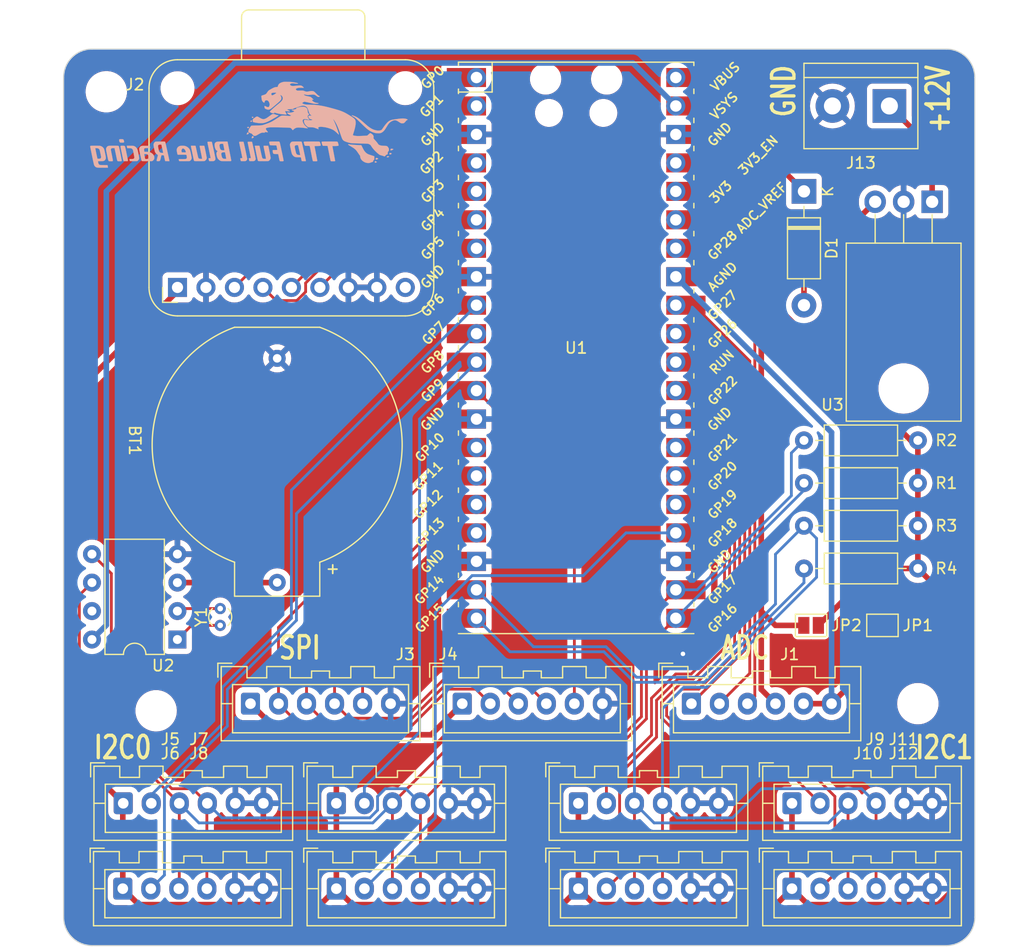
<source format=kicad_pcb>
(kicad_pcb (version 20221018) (generator pcbnew)
  (layers (0 "F.Cu" signal) (31 "B.Cu" signal) (34 "B.Paste" user) (35 "F.Paste" user) (36 "B.SilkS" user "B.Silkscreen") (37 "F.SilkS" user "F.Silkscreen") (38 "B.Mask" user) (39 "F.Mask" user) (44 "Edge.Cuts" user))
  (net 0 "")
  (net 1 "GND")
  (net 2 "ADCV")
  (net 3 "ADC0")
  (net 4 "ADC1")
  (net 5 "ADC2")
  (net 6 "AGND")
  (net 7 "VCC")
  (net 8 "SPIO_SCK")
  (net 9 "SPI0_MOSI")
  (net 10 "SPI0_MISO")
  (net 11 "SD_CS")
  (net 12 "SD_DET")
  (net 13 "SPI1_SCK")
  (net 14 "SPI1_MOSI")
  (net 15 "SPI1_MISO")
  (net 16 "SPI1_0_CS")
  (net 17 "SPI1_1_CS")
  (net 18 "I2C0_SCL")
  (net 19 "I2C0_SDA")
  (net 20 "I2C1_SCL")
  (net 21 "I2C1_SDA")
  (net 24 "I2C0_0_GPIO")
  (net 25 "I2C0_1_GPIO")
  (net 26 "I2C0_2_GPIO")
  (net 27 "I2C0_3_GPIO")
  (net 28 "I2C1_0_GPIO")
  (net 29 "I2C1_1_GPIO")
  (net 30 "I2C1_2_GPIO")
  (net 33 "+5V")
  (net 35 "Net-(U2-X1)")
  (net 36 "Net-(U2-X2)")
  (net 38 "+12V")
  (net 39 "I2C1_3_GPIO")
  (net 40 "VSYS")
  (net 41 "+BATT")
  (footprint "Resistor_THT:R_Axial_DIN0207_L6.3mm_D2.5mm_P10.16mm_Horizontal" (layer "F.Cu") (at 157.48 92.075)
    (fp_text reference "R1")
    (fp_text value "4K7")
  )
  (footprint "TelemetryBoard:JST_XA_B06B-XASK-1_1x06_P2.50mm_Vertical" (layer "F.Cu") (at 137.36 120.65)
    (fp_text reference "J9")
    (fp_text value "Conn_01x06")
  )
  (footprint "Resistor_THT:R_Axial_DIN0207_L6.3mm_D2.5mm_P10.16mm_Horizontal" (layer "F.Cu") (at 157.48 95.885)
    (fp_text reference "R3")
    (fp_text value "4K7")
  )
  (footprint "MCU_RaspberryPi_And_Boards:RPi_Pico_W_SMD_TH" (layer "F.Cu") (at 137.16 80.01)
    (fp_text reference "U1")
    (fp_text value "Pico")
  )
  (footprint "TelemetryBoard:JST_XA_B06B-XASK-1_1x06_P2.50mm_Vertical" (layer "F.Cu") (at 115.77 120.65)
    (fp_text reference "J7")
    (fp_text value "Conn_01x06")
  )
  (footprint "TelemetryBoard:JST_XA_B06B-XASK-1_1x06_P2.50mm_Vertical" (layer "F.Cu") (at 127 111.76)
    (fp_text reference "J4")
    (fp_text value "Conn_01x06")
  )
  (footprint "TelemetryBoard:RSPRO_237-8341" (layer "F.Cu") (at 110.49 100.942 -90)
    (fp_text reference "BT1")
    (fp_text value "Battery_Cell")
  )
  (footprint "Package_DIP:DIP-8_W7.62mm" (layer "F.Cu") (at 101.59 106.035 180)
    (fp_text reference "U2")
    (fp_text value "DS1307+")
  )
  (footprint "Jumper:SolderJumper-2_P1.3mm_Open_Pad1.0x1.5mm" (layer "F.Cu") (at 164.48 104.775 180)
    (fp_text reference "JP1")
    (fp_text value "SolderJumper_2_Open")
  )
  (footprint "TelemetryBoard:JST_XA_B06B-XASK-1_1x06_P2.50mm_Vertical" (layer "F.Cu") (at 108.11 111.76)
    (fp_text reference "J3")
    (fp_text value "Conn_01x06")
  )
  (footprint "TelemetryBoard:JST_XA_B06B-XASK-1_1x06_P2.50mm_Vertical" (layer "F.Cu") (at 137.36 128.27)
    (fp_text reference "J10")
    (fp_text value "Conn_01x06")
  )
  (footprint "Crystal:Crystal_Round_D1.0mm_Vertical" (layer "F.Cu") (at 105.41 104.775 90)
    (fp_text reference "Y1")
    (fp_text value "Crystal")
  )
  (footprint "TelemetryBoard:Adafruit_MicroSD_Breakout_4682" (layer "F.Cu") (at 101.6 74.6125)
    (fp_text reference "J2")
    (fp_text value "Conn_01x09")
  )
  (footprint "Diode_THT:D_DO-41_SOD81_P10.16mm_Horizontal" (layer "F.Cu") (at 157.48 66.04 -90)
    (fp_text reference "D1")
    (fp_text value "1N5817")
  )
  (footprint "Resistor_THT:R_Axial_DIN0207_L6.3mm_D2.5mm_P10.16mm_Horizontal" (layer "F.Cu") (at 157.48 88.265)
    (fp_text reference "R2")
    (fp_text value "4K7")
  )
  (footprint "TelemetryBoard:JST_XA_B06B-XASK-1_1x06_P2.50mm_Vertical" (layer "F.Cu") (at 156.41 120.65)
    (fp_text reference "J11")
    (fp_text value "Conn_01x06")
  )
  (footprint "TelemetryBoard:JST_XA_B06B-XASK-1_1x06_P2.50mm_Vertical" (layer "F.Cu") (at 156.41 128.27)
    (fp_text reference "J12")
    (fp_text value "Conn_01x06")
  )
  (footprint "TelemetryBoard:JST_XA_B06B-XASK-1_1x06_P2.50mm_Vertical" (layer "F.Cu") (at 115.77 128.27)
    (fp_text reference "J8")
    (fp_text value "Conn_01x06")
  )
  (footprint "Package_TO_SOT_THT:TO-220-3_Horizontal_TabDown" (layer "F.Cu") (at 168.91 66.97 180)
    (fp_text reference "U3")
    (fp_text value "LM7805_TO220")
  )
  (footprint "Jumper:SolderJumper-2_P1.3mm_Open_Pad1.0x1.5mm" (layer "F.Cu") (at 158.115 104.775)
    (fp_text reference "JP2")
    (fp_text value "SolderJumper_2_Open")
  )
  (footprint "Resistor_THT:R_Axial_DIN0207_L6.3mm_D2.5mm_P10.16mm_Horizontal" (layer "F.Cu") (at 157.48 99.695)
    (fp_text reference "R4")
    (fp_text value "4K7")
  )
  (footprint "TelemetryBoard:JST_XA_B06B-XASK-1_1x06_P2.50mm_Vertical" (layer "F.Cu") (at 96.72 128.27)
    (fp_text reference "J6")
    (fp_text value "Conn_01x06")
  )
  (footprint "TerminalBlock:TerminalBlock_bornier-2_P5.08mm" (layer "F.Cu") (at 165.1 58.42 180)
    (fp_text reference "J13")
    (fp_text value "Conn_01x02")
  )
  (footprint "MountingHole:MountingHole_3.2mm_M3" (layer "F.Cu") (at 167.64 111.76)
    (fp_text reference "REF**" hide)
    (fp_text value "MountingHole_3.2mm_M3")
  )
  (footprint "MountingHole:MountingHole_3.2mm_M3" (layer "F.Cu") (at 99.695 112.395)
    (fp_text reference "REF**" hide)
    (fp_text value "MountingHole_3.2mm_M3")
  )
  (footprint "TelemetryBoard:JST_XA_B06B-XASK-1_1x06_P2.50mm_Vertical" (layer "F.Cu") (at 147.44 111.76)
    (fp_text reference "J1")
    (fp_text value "Conn_01x06")
  )
  (footprint "TelemetryBoard:JST_XA_B06B-XASK-1_1x06_P2.50mm_Vertical" (layer "F.Cu") (at 96.76 120.65)
    (fp_text reference "J5")
    (fp_text value "Conn_01x06")
  )
  (footprint "MountingHole:MountingHole_3.2mm_M3" (layer "F.Cu") (at 95.25 57.15)
    (fp_text reference "REF**" hide)
    (fp_text value "MountingHole_3.2mm_M3")
  )
  (footprint "TelemetryBoard:FBR_Logo_L" (layer "B.Cu") (at 121.92 63.5 180)
    (fp_text reference "REF**" hide)
    (fp_text value "FBR_Logo_L")
  )
  (gr_arc (start 91.44 55.88) (mid 92.183949 54.083949) (end 93.98 53.34) (stroke (width 0.1)) (layer "Edge.Cuts"))
  (gr_arc (start 170.18 53.34) (mid 171.976051 54.083949) (end 172.72 55.88) (stroke (width 0.1)) (layer "Edge.Cuts"))
  (gr_line (start 91.44 55.88) (end 91.44 130.81) (stroke (width 0.1)) (layer "Edge.Cuts"))
  (gr_line (start 170.18 53.34) (end 93.98 53.34) (stroke (width 0.1)) (layer "Edge.Cuts"))
  (gr_arc (start 93.98 133.35) (mid 92.183949 132.606051) (end 91.44 130.81) (stroke (width 0.1)) (layer "Edge.Cuts"))
  (gr_line (start 93.98 133.35) (end 170.18 133.35) (stroke (width 0.1)) (layer "Edge.Cuts"))
  (gr_line (start 172.72 130.81) (end 172.72 55.88) (stroke (width 0.1)) (layer "Edge.Cuts"))
  (gr_arc (start 172.72 130.81) (mid 171.976051 132.606051) (end 170.18 133.35) (stroke (width 0.1)) (layer "Edge.Cuts"))
  (gr_text "ADC" (at 149.86 107.95) (layer "F.SilkS") (effects (font (size 2 1.5) (thickness 0.3) bold) (justify left bottom)))
  (gr_text "+12V" (at 168.275 54.61 90) (layer "F.SilkS") (effects (font (size 2 1.5) (thickness 0.3) bold) (justify right top)))
  (gr_text "GND" (at 156.845 54.61 90) (layer "F.SilkS") (effects (font (size 2 1.5) (thickness 0.3) bold) (justify right bottom)))
  (gr_text "I2C1" (at 172.72 116.84) (layer "F.SilkS") (effects (font (size 2 1.5) (thickness 0.3) bold) (justify right bottom)))
  (gr_text "SPI" (at 110.49 107.95) (layer "F.SilkS") (effects (font (size 2 1.5) (thickness 0.3) bold) (justify left bottom)))
  (gr_text "I2C0" (at 93.98 116.84) (layer "F.SilkS") (effects (font (size 2 1.5) (thickness 0.3) bold) (justify left bottom)))
  (via (at 146.685 107.315) (size 0.8) (drill 0.4) (layers "F.Cu" "B.Cu") (net 1))
  (segment (start 153.67 103.505) (end 153.67 74.34) (width 0.5) (layer "F.Cu") (net 2))
  (segment (start 153.67 74.34) (end 147.91 68.58) (width 0.5) (layer "F.Cu") (net 2))
  (segment (start 154.94 104.775) (end 153.67 103.505) (width 0.5) (layer "F.Cu") (net 2))
  (segment (start 157.465 104.775) (end 154.94 104.775) (width 0.5) (layer "F.Cu") (net 2))
  (segment (start 147.91 68.58) (end 146.05 68.58) (width 0.5) (layer "F.Cu") (net 2))
  (segment (start 154.94 111.76) (end 153.67 110.49) (width 0.5) (layer "F.Cu") (net 2))
  (segment (start 153.67 110.49) (end 153.67 103.505) (width 0.5) (layer "F.Cu") (net 2))
  (segment (start 152.195 107.005) (end 152.195 83.275) (width 0.25) (layer "F.Cu") (net 3))
  (segment (start 147.44 111.76) (end 152.195 107.005) (width 0.25) (layer "F.Cu") (net 3))
  (segment (start 147.66 78.74) (end 146.05 78.74) (width 0.25) (layer "F.Cu") (net 3))
  (segment (start 152.195 83.275) (end 147.66 78.74) (width 0.25) (layer "F.Cu") (net 3))
  (segment (start 146.05 76.2) (end 147.66 76.2) (width 0.25) (layer "F.Cu") (net 4))
  (segment (start 147.66 76.2) (end 152.645 81.185) (width 0.25) (layer "F.Cu") (net 4))
  (segment (start 152.645 109.055) (end 149.94 111.76) (width 0.25) (layer "F.Cu") (net 4))
  (segment (start 152.645 81.185) (end 152.645 109.055) (width 0.25) (layer "F.Cu") (net 4))
  (segment (start 146.05 71.12) (end 147.66 71.12) (width 0.25) (layer "F.Cu") (net 5))
  (segment (start 153.095 111.105) (end 152.44 111.76) (width 0.25) (layer "F.Cu") (net 5))
  (segment (start 153.095 76.555) (end 153.095 111.105) (width 0.25) (layer "F.Cu") (net 5))
  (segment (start 147.66 71.12) (end 153.095 76.555) (width 0.25) (layer "F.Cu") (net 5))
  (segment (start 163.83 104.775) (end 163.83 107.87) (width 0.5) (layer "F.Cu") (net 6))
  (segment (start 163.83 107.87) (end 159.94 111.76) (width 0.5) (layer "F.Cu") (net 6))
  (segment (start 159.94 111.76) (end 157.44 111.76) (width 0.5) (layer "F.Cu") (net 6))
  (segment (start 159.94 87.55) (end 159.94 111.76) (width 0.5) (layer "B.Cu") (net 6))
  (segment (start 146.05 73.66) (end 159.94 87.55) (width 0.5) (layer "B.Cu") (net 6))
  (segment (start 156.41 120.65) (end 156.41 128.27) (width 0.5) (layer "F.Cu") (net 7))
  (segment (start 127 111.76) (end 124.225 114.535) (width 0.5) (layer "F.Cu") (net 7))
  (segment (start 110.885 114.535) (end 108.11 111.76) (width 0.5) (layer "F.Cu") (net 7))
  (segment (start 156.41 128.27) (end 157.835 129.695) (width 0.5) (layer "F.Cu") (net 7))
  (segment (start 115.77 128.27) (end 115.77 120.65) (width 0.5) (layer "F.Cu") (net 7))
  (segment (start 167.64 95.885) (end 167.64 99.695) (width 0.5) (layer "F.Cu") (net 7))
  (segment (start 92.075 115.965) (end 92.075 84.465) (width 0.5) (layer "F.Cu") (net 7))
  (segment (start 171.45 127.693478) (end 171.45 103.505) (width 0.5) (layer "F.Cu") (net 7))
  (segment (start 96.76 120.65) (end 92.075 115.965) (width 0.5) (layer "F.Cu") (net 7))
  (segment (start 157.835 129.695) (end 169.448478 129.695) (width 0.5) (layer "F.Cu") (net 7))
  (segment (start 114.3 114.535) (end 110.885 114.535) (width 0.5) (layer "F.Cu") (net 7))
  (segment (start 96.72 128.27) (end 96.72 120.69) (width 0.5) (layer "F.Cu") (net 7))
  (segment (start 167.64 88.265) (end 167.005 88.265) (width 0.5) (layer "F.Cu") (net 7))
  (segment (start 154.94 73.07) (end 154.94 76.2) (width 0.5) (layer "F.Cu") (net 7))
  (segment (start 158.765 104.775) (end 163.845 99.695) (width 0.5) (layer "F.Cu") (net 7))
  (segment (start 154.985 129.695) (end 156.41 128.27) (width 0.5) (layer "F.Cu") (net 7))
  (segment (start 147.91 66.04) (end 154.94 73.07) (width 0.5) (layer "F.Cu") (net 7))
  (segment (start 138.785 129.695) (end 154.985 129.695) (width 0.5) (layer "F.Cu") (net 7))
  (segment (start 167.64 92.075) (end 167.64 95.885) (width 0.5) (layer "F.Cu") (net 7))
  (segment (start 96.72 128.27) (end 98.145 129.695) (width 0.5) (layer "F.Cu") (net 7))
  (segment (start 169.448478 129.695) (end 171.45 127.693478) (width 0.5) (layer "F.Cu") (net 7))
  (segment (start 171.45 103.505) (end 167.64 99.695) (width 0.5) (layer "F.Cu") (net 7))
  (segment (start 96.72 120.69) (end 96.76 120.65) (width 0.5) (layer "F.Cu") (net 7))
  (segment (start 163.845 99.695) (end 167.64 99.695) (width 0.5) (layer "F.Cu") (net 7))
  (segment (start 92.075 84.465) (end 101.6 74.94) (width 0.5) (layer "F.Cu") (net 7))
  (segment (start 135.935 129.695) (end 137.36 128.27) (width 0.5) (layer "F.Cu") (net 7))
  (segment (start 115.77 128.27) (end 117.195 129.695) (width 0.5) (layer "F.Cu") (net 7))
  (segment (start 124.225 114.535) (end 114.3 114.535) (width 0.5) (layer "F.Cu") (net 7))
  (segment (start 117.195 129.695) (end 135.935 129.695) (width 0.5) (layer "F.Cu") (net 7))
  (segment (start 137.36 128.27) (end 138.785 129.695) (width 0.5) (layer "F.Cu") (net 7))
  (segment (start 146.05 66.04) (end 147.91 66.04) (width 0.5) (layer "F.Cu") (net 7))
  (segment (start 167.005 88.265) (end 154.94 76.2) (width 0.5) (layer "F.Cu") (net 7))
  (segment (start 114.345 129.695) (end 115.77 128.27) (width 0.5) (layer "F.Cu") (net 7))
  (segment (start 101.6 74.94) (end 101.6 74.6125) (width 0.5) (layer "F.Cu") (net 7))
  (segment (start 115.77 120.65) (end 115.77 116.005) (width 0.5) (layer "F.Cu") (net 7))
  (segment (start 167.64 88.265) (end 167.64 92.075) (width 0.5) (layer "F.Cu") (net 7))
  (segment (start 115.77 116.005) (end 114.3 114.535) (width 0.5) (layer "F.Cu") (net 7))
  (segment (start 98.145 129.695) (end 114.345 129.695) (width 0.5) (layer "F.Cu") (net 7))
  (segment (start 137.36 120.65) (end 137.36 128.27) (width 0.5) (layer "F.Cu") (net 7))
  (segment (start 106.68 74.6125) (end 117.7925 63.5) (width 0.25) (layer "F.Cu") (net 8))
  (segment (start 117.7925 63.5) (end 128.27 63.5) (width 0.25) (layer "F.Cu") (net 8))
  (segment (start 128.27 66.04) (end 120.3325 66.04) (width 0.25) (layer "F.Cu") (net 9))
  (segment (start 120.3325 66.04) (end 111.76 74.6125) (width 0.25) (layer "F.Cu") (net 9))
  (segment (start 118.670799 68.58) (end 113.03 74.220799) (width 0.25) (layer "F.Cu") (net 10))
  (segment (start 110.395 75.7875) (end 109.22 74.6125) (width 0.25) (layer "F.Cu") (net 10))
  (segment (start 112.246701 75.7875) (end 110.395 75.7875) (width 0.25) (layer "F.Cu") (net 10))
  (segment (start 113.03 75.004201) (end 112.246701 75.7875) (width 0.25) (layer "F.Cu") (net 10))
  (segment (start 113.03 74.220799) (end 113.03 75.004201) (width 0.25) (layer "F.Cu") (net 10))
  (segment (start 128.27 68.58) (end 118.670799 68.58) (width 0.25) (layer "F.Cu") (net 10))
  (segment (start 117.7925 71.12) (end 128.27 71.12) (width 0.25) (layer "F.Cu") (net 11))
  (segment (start 114.3 74.6125) (end 117.7925 71.12) (width 0.25) (layer "F.Cu") (net 11))
  (segment (start 110.61 104.95) (end 110.61 111.76) (width 0.25) (layer "F.Cu") (net 13))
  (segment (start 126.66 88.9) (end 110.61 104.95) (width 0.25) (layer "F.Cu") (net 13))
  (segment (start 122.262792 113.96) (end 125.762792 110.46) (width 0.25) (layer "F.Cu") (net 13))
  (segment (start 110.61 111.76) (end 112.81 113.96) (width 0.25) (layer "F.Cu") (net 13))
  (segment (start 125.762792 110.46) (end 128.2 110.46) (width 0.25) (layer "F.Cu") (net 13))
  (segment (start 112.81 113.96) (end 122.262792 113.96) (width 0.25) (layer "F.Cu") (net 13))
  (segment (start 128.27 88.9) (end 126.66 88.9) (width 0.25) (layer "F.Cu") (net 13))
  (segment (start 128.2 110.46) (end 129.5 111.76) (width 0.25) (layer "F.Cu") (net 13))
  (segment (start 114.86 113.51) (end 122.076396 113.51) (width 0.25) (layer "F.Cu") (net 14))
  (segment (start 122.076396 113.51) (end 125.576396 110.01) (width 0.25) (layer "F.Cu") (net 14))
  (segment (start 113.11 104.99) (end 113.11 111.76) (width 0.25) (layer "F.Cu") (net 14))
  (segment (start 125.576396 110.01) (end 130.25 110.01) (width 0.25) (layer "F.Cu") (net 14))
  (segment (start 130.25 110.01) (end 132 111.76) (width 0.25) (layer "F.Cu") (net 14))
  (segment (start 113.11 111.76) (end 114.86 113.51) (width 0.25) (layer "F.Cu") (net 14))
  (segment (start 128.27 91.44) (end 126.66 91.44) (width 0.25) (layer "F.Cu") (net 14))
  (segment (start 126.66 91.44) (end 113.11 104.99) (width 0.25) (layer "F.Cu") (net 14))
  (segment (start 125.39 109.56) (end 132.3 109.56) (width 0.25) (layer "F.Cu") (net 15))
  (segment (start 116.91 113.06) (end 121.89 113.06) (width 0.25) (layer "F.Cu") (net 15))
  (segment (start 132.3 109.56) (end 134.5 111.76) (width 0.25) (layer "F.Cu") (net 15))
  (segment (start 126.66 93.98) (end 115.61 105.03) (width 0.25) (layer "F.Cu") (net 15))
  (segment (start 128.27 93.98) (end 126.66 93.98) (width 0.25) (layer "F.Cu") (net 15))
  (segment (start 121.89 113.06) (end 125.39 109.56) (width 0.25) (layer "F.Cu") (net 15))
  (segment (start 115.61 105.03) (end 115.61 111.76) (width 0.25) (layer "F.Cu") (net 15))
  (segment (start 115.61 111.76) (end 116.91 113.06) (width 0.25) (layer "F.Cu") (net 15))
  (segment (start 128.27 96.52) (end 124.925 96.52) (width 0.25) (layer "F.Cu") (net 16))
  (segment (start 124.925 96.52) (end 118.11 103.335) (width 0.25) (layer "F.Cu") (net 16))
  (segment (start 118.11 103.335) (end 118.11 111.76) (width 0.25) (layer "F.Cu") (net 16))
  (segment (start 137 92.55) (end 137 111.76) (width 0.25) (layer "F.Cu") (net 17))
  (segment (start 128.27 83.82) (end 137 92.55) (width 0.25) (layer "F.Cu") (net 17))
  (segment (start 120.77 120.65) (end 120.77 128.27) (width 0.25) (layer "F.Cu") (net 18))
  (segment (start 93.97 100.955) (end 92.845 102.08) (width 0.25) (layer "F.Cu") (net 18))
  (segment (start 142.98 104.67) (end 142.98 112.923604) (width 0.25) (layer "F.Cu") (net 18))
  (segment (start 92.845 111.735) (end 101.76 120.65) (width 0.25) (layer "F.Cu") (net 18))
  (segment (start 101.76 128.23) (end 101.72 128.27) (width 0.25) (layer "F.Cu") (net 18))
  (segment (start 142.98 112.923604) (end 140.333604 115.57) (width 0.25) (layer "F.Cu") (net 18))
  (segment (start 92.845 102.08) (end 92.845 111.735) (width 0.25) (layer "F.Cu") (net 18))
  (segment (start 146.05 101.6) (end 142.98 104.67) (width 0.25) (layer "F.Cu") (net 18))
  (segment (start 125.85 115.57) (end 120.77 120.65) (width 0.25) (layer "F.Cu") (net 18))
  (segment (start 101.76 120.65) (end 101.76 128.23) (width 0.25) (layer "F.Cu") (net 18))
  (segment (start 140.333604 115.57) (end 125.85 115.57) (width 0.25) (layer "F.Cu") (net 18))
  (segment (start 147.953604 101.6) (end 146.05 101.6) (width 0.25) (layer "B.Cu") (net 18))
  (segment (start 103.51 122.4) (end 119.02 122.4) (width 0.25) (layer "B.Cu") (net 18))
  (segment (start 101.76 120.65) (end 103.51 122.4) (width 0.25) (layer "B.Cu") (net 18))
  (segment (start 157.48 88.265) (end 156.355 89.39) (width 0.25) (layer "B.Cu") (net 18))
  (segment (start 156.355 93.198604) (end 147.953604 101.6) (width 0.25) (layer "B.Cu") (net 18))
  (segment (start 156.355 89.39) (end 156.355 93.198604) (width 0.25) (layer "B.Cu") (net 18))
  (segment (start 119.02 122.4) (end 120.77 120.65) (width 0.25) (layer "B.Cu") (net 18))
  (segment (start 104.22 128.27) (end 104.22 120.69) (width 0.25) (layer "F.Cu") (net 19))
  (segment (start 123.27 128.27) (end 123.27 120.65) (width 0.25) (layer "F.Cu") (net 19))
  (segment (start 140.52 116.02) (end 143.43 113.11) (width 0.25) (layer "F.Cu") (net 19))
  (segment (start 93.97 98.415) (end 95.7 100.145) (width 0.25) (layer "F.Cu") (net 19))
  (segment (start 102.96 119.35) (end 104.26 120.65) (width 0.25) (layer "F.Cu") (net 19))
  (segment (start 123.27 120.65) (end 127.9 116.02) (width 0.25) (layer "F.Cu") (net 19))
  (segment (start 95.7 113.953604) (end 101.096396 119.35) (width 0.25) (layer "F.Cu") (net 19))
  (segment (start 95.7 100.145) (end 95.7 113.953604) (width 0.25) (layer "F.Cu") (net 19))
  (segment (start 127.9 116.02) (end 140.52 116.02) (width 0.25) (layer "F.Cu") (net 19))
  (segment (start 143.43 106.76) (end 146.05 104.14) (width 0.25) (layer "F.Cu") (net 19))
  (segment (start 104.22 120.69) (end 104.26 120.65) (width 0.25) (layer "F.Cu") (net 19))
  (segment (start 143.43 113.11) (end 143.43 106.76) (width 0.25) (layer "F.Cu") (net 19))
  (segment (start 101.096396 119.35) (end 102.96 119.35) (width 0.25) (layer "F.Cu") (net 19))
  (segment (start 119.445 120.038299) (end 119.445 121.261701) (width 0.25) (layer "B.Cu") (net 19))
  (segment (start 118.756701 121.95) (end 105.56 121.95) (width 0.25) (layer "B.Cu") (net 19))
  (segment (start 146.05 104.14) (end 157.48 92.71) (width 0.25) (layer "B.Cu") (net 19))
  (segment (start 123.27 120.65) (end 121.97 119.35) (width 0.25) (layer "B.Cu") (net 19))
  (segment (start 121.97 119.35) (end 120.133299 119.35) (width 0.25) (layer "B.Cu") (net 19))
  (segment (start 157.48 92.71) (end 157.48 92.075) (width 0.25) (layer "B.Cu") (net 19))
  (segment (start 120.133299 119.35) (end 119.445 120.038299) (width 0.25) (layer "B.Cu") (net 19))
  (segment (start 105.56 121.95) (end 104.26 120.65) (width 0.25) (layer "B.Cu") (net 19))
  (segment (start 119.445 121.261701) (end 118.756701 121.95) (width 0.25) (layer "B.Cu") (net 19))
  (segment (start 142.36 120.65) (end 142.36 128.27) (width 0.25) (layer "F.Cu") (net 20))
  (segment (start 161.41 120.65) (end 161.41 128.27) (width 0.25) (layer "F.Cu") (net 20))
  (segment (start 148.591396 109.855) (end 149.860698 108.585698) (width 0.25) (layer "B.Cu") (net 20))
  (segment (start 142.36 109.855) (end 148.591396 109.855) (width 0.25) (layer "B.Cu") (net 20))
  (segment (start 142.36 120.65) (end 144.11 122.4) (width 0.25) (layer "B.Cu") (net 20))
  (segment (start 157.48 100.966396) (end 157.48 99.695) (width 0.25) (layer "B.Cu") (net 20))
  (segment (start 142.36 109.855) (end 142.36 120.65) (width 0.25) (layer "B.Cu") (net 20))
  (segment (start 144.11 122.4) (end 159.66 122.4) (width 0.25) (layer "B.Cu") (net 20))
  (segment (start 139.635 107.13) (end 142.36 109.855) (width 0.25) (layer "B.Cu") (net 20))
  (segment (start 128.27 104.14) (end 131.26 107.13) (width 0.25) (layer "B.Cu") (net 20))
  (segment (start 149.860698 108.585698) (end 157.48 100.966396) (width 0.25) (layer "B.Cu") (net 20))
  (segment (start 131.26 107.13) (end 139.635 107.13) (width 0.25) (layer "B.Cu") (net 20))
  (segment (start 159.66 122.4) (end 161.41 120.65) (width 0.25) (layer "B.Cu") (net 20))
  (segment (start 163.91 128.27) (end 163.91 120.65) (width 0.25) (layer "F.Cu") (net 21))
  (segment (start 144.86 128.27) (end 144.86 120.65) (width 0.25) (layer "F.Cu") (net 21))
  (segment (start 148.777792 110.305) (end 158.605 100.477792) (width 0.25) (layer "B.Cu") (net 21))
  (segment (start 151.1 121.95) (end 146.16 121.95) (width 0.25) (layer "B.Cu") (net 21))
  (segment (start 146.16 121.95) (end 144.86 120.65) (width 0.25) (layer "B.Cu") (net 21))
  (segment (start 163.91 120.65) (end 162.61 119.35) (width 0.25) (layer "B.Cu") (net 21))
  (segment (start 139.821396 106.68) (end 133.35 106.68) (width 0.25) (layer "B.Cu") (net 21))
  (segment (start 162.61 119.35) (end 153.7 119.35) (width 0.25) (layer "B.Cu") (net 21))
  (segment (start 153.7 119.35) (end 151.1 121.95) (width 0.25) (layer "B.Cu") (net 21))
  (segment (start 133.35 106.68) (end 128.27 101.6) (width 0.25) (layer "B.Cu") (net 21))
  (segment (start 146.756827 110.305) (end 148.777792 110.305) (width 0.25) (layer "B.Cu") (net 21))
  (segment (start 154.94 102.87) (end 148.405 109.405) (width 0.25) (layer "B.Cu") (net 21))
  (segment (start 154.94 98.425) (end 154.94 102.87) (width 0.25) (layer "B.Cu") (net 21))
  (segment (start 144.86 120.65) (end 144.86 112.201827) (width 0.25) (layer "B.Cu") (net 21))
  (segment (start 158.605 100.477792) (end 158.605 97.01) (width 0.25) (layer "B.Cu") (net 21))
  (segment (start 157.48 95.885) (end 154.94 98.425) (width 0.25) (layer "B.Cu") (net 21))
  (segment (start 142.546396 109.405) (end 139.821396 106.68) (width 0.25) (layer "B.Cu") (net 21))
  (segment (start 144.86 112.201827) (end 146.756827 110.305) (width 0.25) (layer "B.Cu") (net 21))
  (segment (start 148.405 109.405) (end 142.546396 109.405) (width 0.25) (layer "B.Cu") (net 21))
  (segment (start 158.605 97.01) (end 157.48 95.885) (width 0.25) (layer "B.Cu") (net 21))
  (segment (start 105.595 110.303604) (end 105.595 113.583604) (width 0.25) (layer "B.Cu") (net 24))
  (segment (start 128.27 76.2) (end 111.76 92.71) (width 0.25) (layer "B.Cu") (net 24))
  (segment (start 99.26 119.918604) (end 99.26 120.65) (width 0.25) (layer "B.Cu") (net 24))
  (segment (start 105.595 113.583604) (end 99.26 119.918604) (width 0.25) (layer "B.Cu") (net 24))
  (segment (start 111.76 104.138604) (end 105.595 110.303604) (width 0.25) (layer "B.Cu") (net 24))
  (segment (start 111.76 92.71) (end 111.76 104.138604) (width 0.25) (layer "B.Cu") (net 24))
  (segment (start 112.21 104.325) (end 112.21 94.8) (width 0.25) (layer "B.Cu") (net 25))
  (segment (start 99.22 128.27) (end 100.435 127.055) (width 0.25) (layer "B.Cu") (net 25))
  (segment (start 106.045 113.77) (end 100.435 119.38) (width 0.25) (layer "B.Cu") (net 25))
  (segment (start 106.045 110.49) (end 112.21 104.325) (width 0.25) (layer "B.Cu") (net 25))
  (segment (start 106.045 110.49) (end 106.045 113.77) (width 0.25) (layer "B.Cu") (net 25))
  (segment (start 112.21 94.8) (end 128.27 78.74) (width 0.25) (layer "B.Cu") (net 25))
  (segment (start 100.435 127.055) (end 100.435 119.38) (width 0.25) (layer "B.Cu") (net 25))
  (segment (start 123.19 86.36) (end 123.19 114.3) (width 0.25) (layer "B.Cu") (net 26))
  (segment (start 118.27 119.22) (end 118.27 120.65) (width 0.25) (layer "B.Cu") (net 26))
  (segment (start 128.27 81.28) (end 123.19 86.36) (width 0.25) (layer "B.Cu") (net 26))
  (segment (start 123.19 114.3) (end 118.27 119.22) (width 0.25) (layer "B.Cu") (net 26))
  (segment (start 127.878299 100.33) (end 137.795 100.33) (width 0.25) (layer "B.Cu") (net 27))
  (segment (start 137.795 100.33) (end 141.605 96.52) (width 0.25) (layer "B.Cu") (net 27))
  (segment (start 118.27 128.27) (end 124.595 121.945) (width 0.25) (layer "B.Cu") (net 27))
  (segment (start 124.595 121.945) (end 124.595 103.613299) (width 0.25) (layer "B.Cu") (net 27))
  (segment (start 124.595 103.613299) (end 127.878299 100.33) (width 0.25) (layer "B.Cu") (net 27))
  (segment (start 141.605 96.52) (end 146.05 96.52) (width 0.25) (layer "B.Cu") (net 27))
  (segment (start 143.88 111.272639) (end 143.88 114.563604) (width 0.25) (layer "F.Cu") (net 28))
  (segment (start 143.88 114.563604) (end 139.86 118.583604) (width 0.25) (layer "F.Cu") (net 28))
  (segment (start 147.66 93.98) (end 150.395 96.715) (width 0.25) (layer "F.Cu") (net 28))
  (segment (start 146.05 93.98) (end 147.66 93.98) (width 0.25) (layer "F.Cu") (net 28))
  (segment (start 147.427208 109.11) (end 146.042639 109.11) (width 0.25) (layer "F.Cu") (net 28))
  (segment (start 139.86 118.583604) (end 139.86 120.65) (width 0.25) (layer "F.Cu") (net 28))
  (segment (start 146.042639 109.11) (end 143.88 111.272639) (width 0.25) (layer "F.Cu") (net 28))
  (segment (start 150.395 96.715) (end 150.395 106.142208) (width 0.25) (layer "F.Cu") (net 28))
  (segment (start 150.395 106.142208) (end 147.427208 109.11) (width 0.25) (layer "F.Cu") (net 28))
  (segment (start 150.845 106.328604) (end 150.845 93.695) (width 0.25) (layer "F.Cu") (net 29))
  (segment (start 150.845 93.695) (end 148.59 91.44) (width 0.25) (layer "F.Cu") (net 29))
  (segment (start 144.33 111.459035) (end 146.229035 109.56) (width 0.25) (layer "F.Cu") (net 29))
  (segment (start 139.86 128.27) (end 141.035 127.095) (width 0.25) (layer "F.Cu") (net 29))
  (segment (start 148.59 91.44) (end 146.05 91.44) (width 0.25) (layer "F.Cu") (net 29))
  (segment (start 141.035 118.045) (end 144.33 114.75) (width 0.25) (layer "F.Cu") (net 29))
  (segment (start 146.229035 109.56) (end 147.613604 109.56) (width 0.25) (layer "F.Cu") (net 29))
  (segment (start 141.035 127.095) (end 141.035 118.045) (width 0.25) (layer "F.Cu") (net 29))
  (segment (start 147.613604 109.56) (end 150.845 106.328604) (width 0.25) (layer "F.Cu") (net 29))
  (segment (start 144.33 114.75) (end 144.33 111.459035) (width 0.25) (layer "F.Cu") (net 29))
  (segment (start 146.415431 110.01) (end 147.8 110.01) (width 0.25) (layer "F.Cu") (net 30))
  (segment (start 155.1 116.84) (end 148.59 116.84) (width 0.25) (layer "F.Cu") (net 30))
  (segment (start 158.91 120.65) (end 155.1 116.84) (width 0.25) (layer "F.Cu") (net 30))
  (segment (start 147.66 88.9) (end 146.05 88.9) (width 0.25) (layer "F.Cu") (net 30))
  (segment (start 144.78 111.645431) (end 146.415431 110.01) (width 0.25) (layer "F.Cu") (net 30))
  (segment (start 148.59 116.84) (end 144.78 113.03) (width 0.25) (layer "F.Cu") (net 30))
  (segment (start 144.78 113.03) (end 144.78 111.645431) (width 0.25) (layer "F.Cu") (net 30))
  (segment (start 151.295 92.535) (end 147.66 88.9) (width 0.25) (layer "F.Cu") (net 30))
  (segment (start 147.8 110.01) (end 151.295 106.515) (width 0.25) (layer "F.Cu") (net 30))
  (segment (start 151.295 106.515) (end 151.295 92.535) (width 0.25) (layer "F.Cu") (net 30))
  (segment (start 157.48 73.32) (end 163.83 66.97) (width 0.5) (layer "F.Cu") (net 33))
  (segment (start 157.48 76.2) (end 157.48 73.32) (width 0.5) (layer "F.Cu") (net 33))
  (segment (start 102.85 104.775) (end 101.59 106.035) (width 0.25) (layer "F.Cu") (net 35))
  (segment (start 105.41 104.775) (end 102.85 104.775) (width 0.25) (layer "F.Cu") (net 35))
  (segment (start 105.41 103.275) (end 101.81 103.275) (width 0.25) (layer "F.Cu") (net 36))
  (segment (start 168.91 62.23) (end 165.1 58.42) (width 0.5) (layer "F.Cu") (net 38))
  (segment (start 168.91 66.97) (end 168.91 62.23) (width 0.5) (layer "F.Cu") (net 38))
  (segment (start 160.235 120.038299) (end 160.235 126.945) (width 0.25) (layer "F.Cu") (net 39))
  (segment (start 148.776396 116.39) (end 156.586701 116.39) (width 0.25) (layer "F.Cu") (net 39))
  (segment (start 146.05 83.82) (end 148.59 83.82) (width 0.25) (layer "F.Cu") (net 39))
  (segment (start 146.601827 110.46) (end 145.23 111.831827) (width 0.25) (layer "F.Cu") (net 39))
  (segment (start 145.23 112.843604) (end 148.776396 116.39) (width 0.25) (layer "F.Cu") (net 39))
  (segment (start 145.23 111.831827) (end 145.23 112.843604) (width 0.25) (layer "F.Cu") (net 39))
  (segment (start 160.235 126.945) (end 158.91 128.27) (width 0.25) (layer "F.Cu") (net 39))
  (segment (start 151.745 86.975) (end 151.745 106.818604) (width 0.25) (layer "F.Cu") (net 39))
  (segment (start 148.59 83.82) (end 151.745 86.975) (width 0.25) (layer "F.Cu") (net 39))
  (segment (start 151.745 106.818604) (end 148.103604 110.46) (width 0.25) (layer "F.Cu") (net 39))
  (segment (start 156.586701 116.39) (end 160.235 120.038299) (width 0.25) (layer "F.Cu") (net 39))
  (segment (start 148.103604 110.46) (end 146.601827 110.46) (width 0.25) (layer "F.Cu") (net 39))
  (segment (start 149.86 58.42) (end 146.05 58.42) (width 0.5) (layer "F.Cu") (net 40))
  (segment (start 157.48 66.04) (end 149.86 58.42) (width 0.5) (layer "F.Cu") (net 40))
  (segment (start 95.25 104.755) (end 93.97 106.035) (width 0.5) (layer "B.Cu") (net 40))
  (segment (start 142.21 54.58) (end 106.71 54.58) (width 0.5) (layer "B.Cu") (net 40))
  (segment (start 106.71 54.58) (end 95.25 66.04) (width 0.5) (layer "B.Cu") (net 40))
  (segment (start 146.05 58.42) (end 142.21 54.58) (width 0.5) (layer "B.Cu") (net 40))
  (segment (start 95.25 66.04) (end 95.25 104.755) (width 0.5) (layer "B.Cu") (net 40))
  (segment (start 110.477 100.955) (end 110.49 100.942) (width 0.5) (layer "F.Cu") (net 41))
  (segment (start 101.59 100.955) (end 110.477 100.955) (width 0.5) (layer "F.Cu") (net 41))
  (zone (net 1) (net_name "GND") (layers "F&B.Cu") (connect_pads (clearance 0.5)) (min_thickness 0.25) (fill yes (thermal_gap 0.5) (thermal_bridge_width 0.5))
    (polygon (pts (xy 91.44 53.34) (xy 172.72 53.34) (xy 172.72 133.35) (xy 91.44 133.35)))
  )
)
</source>
